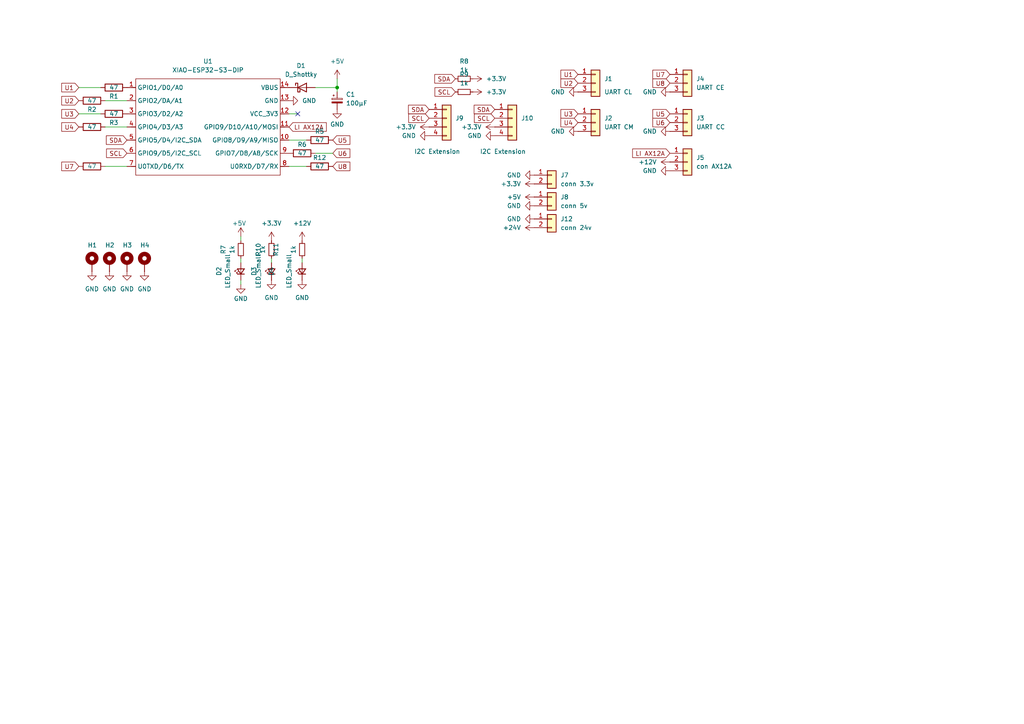
<source format=kicad_sch>
(kicad_sch (version 20250114) (generator "eeschema") (generator_version "9.0")
  (paper "A4")
  (lib_symbols
    (symbol "Connector_Generic:Conn_01x02" (pin_names (offset 1.016) (hide yes))
      (property "Reference" "J" (at 0 2.54 0))
      (property "Value" "Conn_01x02" (at 0 -5.08 0))
      (symbol "Conn_01x02_1_1"
        (rectangle (start -1.27 1.27) (end 1.27 -3.81) (stroke (width 0.254)) (fill (type background)))
        (rectangle (start -1.27 0.127) (end 0 -0.127) (stroke (width 0.1524)))
        (rectangle (start -1.27 -2.413) (end 0 -2.667) (stroke (width 0.1524)))
        (pin passive line (at -5.08 0 0) (length 3.81) (name "Pin_1") (number "1"))
        (pin passive line (at -5.08 -2.54 0) (length 3.81) (name "Pin_2") (number "2"))
      )
    )
    (symbol "Connector_Generic:Conn_01x03" (pin_names (offset 1.016) (hide yes))
      (property "Reference" "J" (at 0 5.08 0))
      (property "Value" "Conn_01x03" (at 0 -5.08 0))
      (symbol "Conn_01x03_1_1"
        (rectangle (start -1.27 3.81) (end 1.27 -3.81) (stroke (width 0.254)) (fill (type background)))
        (rectangle (start -1.27 2.667) (end 0 2.413) (stroke (width 0.1524)))
        (rectangle (start -1.27 0.127) (end 0 -0.127) (stroke (width 0.1524)))
        (rectangle (start -1.27 -2.413) (end 0 -2.667) (stroke (width 0.1524)))
        (pin passive line (at -5.08 2.54 0) (length 3.81) (name "Pin_1") (number "1"))
        (pin passive line (at -5.08 0 0) (length 3.81) (name "Pin_2") (number "2"))
        (pin passive line (at -5.08 -2.54 0) (length 3.81) (name "Pin_3") (number "3"))
      )
    )
    (symbol "Connector_Generic:Conn_01x04" (pin_names (offset 1.016) (hide yes))
      (property "Reference" "J" (at 0 5.08 0))
      (property "Value" "Conn_01x04" (at 0 -7.62 0))
      (symbol "Conn_01x04_1_1"
        (rectangle (start -1.27 3.81) (end 1.27 -6.35) (stroke (width 0.254)) (fill (type background)))
        (rectangle (start -1.27 2.667) (end 0 2.413) (stroke (width 0.1524)))
        (rectangle (start -1.27 0.127) (end 0 -0.127) (stroke (width 0.1524)))
        (rectangle (start -1.27 -2.413) (end 0 -2.667) (stroke (width 0.1524)))
        (rectangle (start -1.27 -4.953) (end 0 -5.207) (stroke (width 0.1524)))
        (pin passive line (at -5.08 2.54 0) (length 3.81) (name "Pin_1") (number "1"))
        (pin passive line (at -5.08 0 0) (length 3.81) (name "Pin_2") (number "2"))
        (pin passive line (at -5.08 -2.54 0) (length 3.81) (name "Pin_3") (number "3"))
        (pin passive line (at -5.08 -5.08 0) (length 3.81) (name "Pin_4") (number "4"))
      )
    )
    (symbol "Device:C_Polarized_Small" (pin_numbers (hide yes)) (pin_names (offset 0.254) (hide yes))
      (property "Reference" "C" (at 0.254 1.778 0))
      (property "Value" "C_Polarized_Small" (at 0.254 -2.032 0))
      (symbol "C_Polarized_Small_0_1"
        (rectangle (start -1.524 0.6858) (end 1.524 0.3048))
        (rectangle (start -1.524 -0.3048) (end 1.524 -0.6858) (fill (type outline)))
        (polyline (pts (xy -1.27 1.524) (xy -0.762 1.524)))
        (polyline (pts (xy -1.016 1.27) (xy -1.016 1.778)))
      )
      (symbol "C_Polarized_Small_1_1"
        (pin passive line (at 0 2.54 270) (length 1.8542) (name "~") (number "1"))
        (pin passive line (at 0 -2.54 90) (length 1.8542) (name "~") (number "2"))
      )
    )
    (symbol "Device:LED_Small" (pin_numbers (hide yes)) (pin_names (offset 0.254) (hide yes))
      (property "Reference" "D" (at -1.27 3.175 0))
      (property "Value" "LED_Small" (at -4.445 -2.54 0))
      (symbol "LED_Small_0_1"
        (polyline (pts (xy -0.762 -1.016) (xy -0.762 1.016)) (stroke (width 0.254)))
        (polyline (pts (xy 0 0.762) (xy -0.508 1.27) (xy -0.254 1.27) (xy -0.508 1.27) (xy -0.508 1.016)))
        (polyline (pts (xy 0.508 1.27) (xy 0 1.778) (xy 0.254 1.778) (xy 0 1.778) (xy 0 1.524)))
        (polyline (pts (xy 0.762 -1.016) (xy -0.762 0) (xy 0.762 1.016) (xy 0.762 -1.016)) (stroke (width 0.254)))
        (polyline (pts (xy 1.016 0) (xy -0.762 0)))
      )
      (symbol "LED_Small_1_1"
        (pin passive line (at -2.54 0 0) (length 1.778) (name "K") (number "1"))
        (pin passive line (at 2.54 0 180) (length 1.778) (name "A") (number "2"))
      )
    )
    (symbol "Device:R" (pin_numbers (hide yes)) (pin_names (offset 0))
      (property "Reference" "R" (at 2.032 0 90))
      (property "Value" "R" (at 0 0 90))
      (symbol "R_0_1"
        (rectangle (start -1.016 -2.54) (end 1.016 2.54) (stroke (width 0.254)))
      )
      (symbol "R_1_1"
        (pin passive line (at 0 3.81 270) (length 1.27) (name "~") (number "1"))
        (pin passive line (at 0 -3.81 90) (length 1.27) (name "~") (number "2"))
      )
    )
    (symbol "Device:R_Small" (pin_numbers (hide yes)) (pin_names (offset 0.254) (hide yes))
      (property "Reference" "R" (at 0.762 0.508 0))
      (property "Value" "R_Small" (at 0.762 -1.016 0))
      (symbol "R_Small_0_1"
        (rectangle (start -0.762 1.778) (end 0.762 -1.778) (stroke (width 0.2032)))
      )
      (symbol "R_Small_1_1"
        (pin passive line (at 0 2.54 270) (length 0.762) (name "~") (number "1"))
        (pin passive line (at 0 -2.54 90) (length 0.762) (name "~") (number "2"))
      )
    )
    (symbol "Diode:SB120" (pin_numbers (hide yes)) (pin_names (offset 1.016) (hide yes))
      (property "Reference" "D" (at 0 2.54 0))
      (property "Value" "SB120" (at 0 -2.54 0))
      (symbol "SB120_0_1"
        (polyline (pts (xy -1.905 0.635) (xy -1.905 1.27) (xy -1.27 1.27) (xy -1.27 -1.27) (xy -0.635 -1.27) (xy -0.635 -0.635)) (stroke (width 0.254)))
        (polyline (pts (xy 1.27 1.27) (xy 1.27 -1.27) (xy -1.27 0) (xy 1.27 1.27)) (stroke (width 0.254)))
        (polyline (pts (xy 1.27 0) (xy -1.27 0)))
      )
      (symbol "SB120_1_1"
        (pin passive line (at -3.81 0 0) (length 2.54) (name "K") (number "1"))
        (pin passive line (at 3.81 0 180) (length 2.54) (name "A") (number "2"))
      )
    )
    (symbol "Mechanical:MountingHole_Pad" (pin_numbers (hide yes)) (pin_names (offset 1.016) (hide yes)) (exclude_from_sim yes) (in_bom no)
      (property "Reference" "H" (at 0 6.35 0))
      (property "Value" "MountingHole_Pad" (at 0 4.445 0))
      (symbol "MountingHole_Pad_0_1"
        (circle (center 0 1.27) (radius 1.27) (stroke (width 1.27)))
      )
      (symbol "MountingHole_Pad_1_1"
        (pin input line (at 0 -2.54 90) (length 2.54) (name "1") (number "1"))
      )
    )
    (symbol "Seeed_Studio_XIAO_Series:XIAO-ESP32-S3-DIP"
      (property "Reference" "U" (at 1.27 0.508 0))
      (property "Value" "XIAO-ESP32-S3-DIP" (at 9.652 -1.778 0))
      (symbol "XIAO-ESP32-S3-DIP_1_0"
        (polyline (pts (xy 0 -2.54) (xy 41.91 -2.54)) (stroke (width 0.1524)))
        (polyline (pts (xy 0 -5.08) (xy -1.27 -5.08)) (stroke (width 0.1524)))
        (polyline (pts (xy 0 -5.08) (xy 0 -2.54)) (stroke (width 0.1524)))
        (polyline (pts (xy 0 -8.89) (xy -1.27 -8.89)) (stroke (width 0.1524)))
        (polyline (pts (xy 0 -8.89) (xy 0 -5.08)) (stroke (width 0.1524)))
        (polyline (pts (xy 0 -12.7) (xy -1.27 -12.7)) (stroke (width 0.1524)))
        (polyline (pts (xy 0 -12.7) (xy 0 -8.89)) (stroke (width 0.1524)))
        (polyline (pts (xy 0 -16.51) (xy -1.27 -16.51)) (stroke (width 0.1524)))
        (polyline (pts (xy 0 -16.51) (xy 0 -12.7)) (stroke (width 0.1524)))
        (polyline (pts (xy 0 -20.32) (xy -1.27 -20.32)) (stroke (width 0.1524)))
        (polyline (pts (xy 0 -24.13) (xy -1.27 -24.13)) (stroke (width 0.1524)))
        (polyline (pts (xy 0 -27.94) (xy -1.27 -27.94)) (stroke (width 0.1524)))
        (polyline (pts (xy 0 -30.48) (xy 0 -16.51)) (stroke (width 0.1524)))
        (polyline (pts (xy 41.91 -2.54) (xy 41.91 -5.08)) (stroke (width 0.1524)))
        (polyline (pts (xy 41.91 -5.08) (xy 41.91 -8.89)) (stroke (width 0.1524)))
        (polyline (pts (xy 41.91 -8.89) (xy 41.91 -12.7)) (stroke (width 0.1524)))
        (polyline (pts (xy 41.91 -12.7) (xy 41.91 -30.48)) (stroke (width 0.1524)))
        (polyline (pts (xy 41.91 -30.48) (xy 0 -30.48)) (stroke (width 0.1524)))
        (polyline (pts (xy 43.18 -5.08) (xy 41.91 -5.08)) (stroke (width 0.1524)))
        (polyline (pts (xy 43.18 -8.89) (xy 41.91 -8.89)) (stroke (width 0.1524)))
        (polyline (pts (xy 43.18 -12.7) (xy 41.91 -12.7)) (stroke (width 0.1524)))
        (polyline (pts (xy 43.18 -16.51) (xy 41.91 -16.51)) (stroke (width 0.1524)))
        (polyline (pts (xy 43.18 -20.32) (xy 41.91 -20.32)) (stroke (width 0.1524)))
        (polyline (pts (xy 43.18 -24.13) (xy 41.91 -24.13)) (stroke (width 0.1524)))
        (polyline (pts (xy 43.18 -27.94) (xy 41.91 -27.94)) (stroke (width 0.1524)))
        (pin passive line (at -2.54 -5.08 0) (length 2.54) (name "GPIO1/D0/A0") (number "1"))
        (pin passive line (at -2.54 -8.89 0) (length 2.54) (name "GPIO2/DA/A1") (number "2"))
        (pin passive line (at -2.54 -12.7 0) (length 2.54) (name "GPIO3/D2/A2") (number "3"))
        (pin passive line (at -2.54 -16.51 0) (length 2.54) (name "GPIO4/D3/A3") (number "4"))
        (pin passive line (at -2.54 -20.32 0) (length 2.54) (name "GPIO5/D4/I2C_SDA") (number "5"))
        (pin passive line (at -2.54 -24.13 0) (length 2.54) (name "GPIO9/D5/I2C_SCL") (number "6"))
        (pin passive line (at -2.54 -27.94 0) (length 2.54) (name "U0TXD/D6/TX") (number "7"))
        (pin passive line (at 44.45 -5.08 180) (length 2.54) (name "VBUS") (number "14"))
        (pin passive line (at 44.45 -8.89 180) (length 2.54) (name "GND") (number "13"))
        (pin passive line (at 44.45 -12.7 180) (length 2.54) (name "VCC_3V3") (number "12"))
        (pin passive line (at 44.45 -16.51 180) (length 2.54) (name "GPIO9/D10/A10/MOSI") (number "11"))
        (pin passive line (at 44.45 -20.32 180) (length 2.54) (name "GPIO8/D9/A9/MISO") (number "10"))
        (pin passive line (at 44.45 -24.13 180) (length 2.54) (name "GPIO7/D8/A8/SCK") (number "9"))
        (pin passive line (at 44.45 -27.94 180) (length 2.54) (name "U0RXD/D7/RX") (number "8"))
      )
    )
    (symbol "power:+12V" (power) (pin_numbers (hide yes)) (pin_names (offset 0) (hide yes))
      (property "Value" "+12V" (at 0 3.556 0))
      (symbol "+12V_0_1"
        (polyline (pts (xy -0.762 1.27) (xy 0 2.54)))
        (polyline (pts (xy 0 2.54) (xy 0.762 1.27)))
        (polyline (pts (xy 0 0) (xy 0 2.54)))
      )
      (symbol "+12V_1_1"
        (pin power_in line (at 0 0 90) (length 0) (name "~") (number "1"))
      )
    )
    (symbol "power:+24V" (power) (pin_numbers (hide yes)) (pin_names (offset 0) (hide yes))
      (property "Value" "+24V" (at 0 3.556 0))
      (symbol "+24V_0_1"
        (polyline (pts (xy -0.762 1.27) (xy 0 2.54)))
        (polyline (pts (xy 0 2.54) (xy 0.762 1.27)))
        (polyline (pts (xy 0 0) (xy 0 2.54)))
      )
      (symbol "+24V_1_1"
        (pin power_in line (at 0 0 90) (length 0) (name "~") (number "1"))
      )
    )
    (symbol "power:+3.3V" (power) (pin_numbers (hide yes)) (pin_names (offset 0) (hide yes))
      (property "Value" "+3.3V" (at 0 3.556 0))
      (symbol "+3.3V_0_1"
        (polyline (pts (xy -0.762 1.27) (xy 0 2.54)))
        (polyline (pts (xy 0 2.54) (xy 0.762 1.27)))
        (polyline (pts (xy 0 0) (xy 0 2.54)))
      )
      (symbol "+3.3V_1_1"
        (pin power_in line (at 0 0 90) (length 0) (name "~") (number "1"))
      )
    )
    (symbol "power:+5V" (power) (pin_numbers (hide yes)) (pin_names (offset 0) (hide yes))
      (property "Value" "+5V" (at 0 3.556 0))
      (symbol "+5V_0_1"
        (polyline (pts (xy -0.762 1.27) (xy 0 2.54)))
        (polyline (pts (xy 0 2.54) (xy 0.762 1.27)))
        (polyline (pts (xy 0 0) (xy 0 2.54)))
      )
      (symbol "+5V_1_1"
        (pin power_in line (at 0 0 90) (length 0) (name "~") (number "1"))
      )
    )
    (symbol "power:GND" (power) (pin_numbers (hide yes)) (pin_names (offset 0) (hide yes))
      (property "Value" "GND" (at 0 -3.81 0))
      (symbol "GND_0_1"
        (polyline (pts (xy 0 0) (xy 0 -1.27) (xy 1.27 -1.27) (xy 0 -2.54) (xy -1.27 -1.27) (xy 0 -1.27)))
      )
      (symbol "GND_1_1"
        (pin power_in line (at 0 0 270) (length 0) (name "~") (number "1"))
      )
    )
  )
  (junction (at 97.79 25.4))
  (no_connect (at 86.36 33.02))
  (wire (pts (xy 78.74 76.2) (xy 78.74 74.93)))
  (wire (pts (xy 83.82 48.26) (xy 88.9 48.26)))
  (wire (pts (xy 91.44 44.45) (xy 96.52 44.45)))
  (wire (pts (xy 86.36 33.02) (xy 83.82 33.02)))
  (wire (pts (xy 88.9 40.64) (xy 83.82 40.64)))
  (wire (pts (xy 97.79 25.4) (xy 97.79 22.86)))
  (wire (pts (xy 22.86 33.02) (xy 29.21 33.02)))
  (wire (pts (xy 30.48 48.26) (xy 36.83 48.26)))
  (wire (pts (xy 69.85 74.93) (xy 69.85 76.2)))
  (wire (pts (xy 87.63 76.2) (xy 87.63 74.93)))
  (wire (pts (xy 97.79 25.4) (xy 97.79 26.67)))
  (wire (pts (xy 22.86 25.4) (xy 29.21 25.4)))
  (wire (pts (xy 91.44 25.4) (xy 97.79 25.4)))
  (wire (pts (xy 69.85 81.28) (xy 69.85 82.55)))
  (wire (pts (xy 30.48 29.21) (xy 36.83 29.21)))
  (wire (pts (xy 30.48 36.83) (xy 36.83 36.83)))
  (wire (pts (xy 69.85 68.58) (xy 69.85 69.85)))
  (global_label "SCL" (shape input) (at 132.08 26.67 180) (property "Intersheetrefs" "${INTERSHEET_REFS}" (effects (hide yes))))
  (global_label "LI AX12A" (shape input) (at 194.31 44.45 180) (property "Intersheetrefs" "${INTERSHEET_REFS}" (effects (hide yes))))
  (global_label "U7" (shape input) (at 194.31 21.59 180) (property "Intersheetrefs" "${INTERSHEET_REFS}" (effects (hide yes))))
  (global_label "U6" (shape input) (at 96.52 44.45 0) (property "Intersheetrefs" "${INTERSHEET_REFS}" (effects (hide yes))))
  (global_label "U5" (shape input) (at 194.31 33.02 180) (property "Intersheetrefs" "${INTERSHEET_REFS}" (effects (hide yes))))
  (global_label "U1" (shape input) (at 167.64 21.59 180) (property "Intersheetrefs" "${INTERSHEET_REFS}" (effects (hide yes))))
  (global_label "U3" (shape input) (at 167.64 33.02 180) (property "Intersheetrefs" "${INTERSHEET_REFS}" (effects (hide yes))))
  (global_label "U4" (shape input) (at 167.64 35.56 180) (property "Intersheetrefs" "${INTERSHEET_REFS}" (effects (hide yes))))
  (global_label "SDA" (shape input) (at 36.83 40.64 180) (property "Intersheetrefs" "${INTERSHEET_REFS}" (effects (hide yes))))
  (global_label "U7" (shape input) (at 22.86 48.26 180) (property "Intersheetrefs" "${INTERSHEET_REFS}" (effects (hide yes))))
  (global_label "SDA" (shape input) (at 124.46 31.75 180) (property "Intersheetrefs" "${INTERSHEET_REFS}" (effects (hide yes))))
  (global_label "U8" (shape input) (at 194.31 24.13 180) (property "Intersheetrefs" "${INTERSHEET_REFS}" (effects (hide yes))))
  (global_label "SDA" (shape input) (at 132.08 22.86 180) (property "Intersheetrefs" "${INTERSHEET_REFS}" (effects (hide yes))))
  (global_label "LI AX12A" (shape input) (at 83.82 36.83 0) (property "Intersheetrefs" "${INTERSHEET_REFS}" (effects (hide yes))))
  (global_label "U8" (shape input) (at 96.52 48.26 0) (property "Intersheetrefs" "${INTERSHEET_REFS}" (effects (hide yes))))
  (global_label "U3" (shape input) (at 22.86 33.02 180) (property "Intersheetrefs" "${INTERSHEET_REFS}" (effects (hide yes))))
  (global_label "SDA" (shape input) (at 143.51 31.75 180) (property "Intersheetrefs" "${INTERSHEET_REFS}" (effects (hide yes))))
  (global_label "U2" (shape input) (at 167.64 24.13 180) (property "Intersheetrefs" "${INTERSHEET_REFS}" (effects (hide yes))))
  (global_label "U1" (shape input) (at 22.86 25.4 180) (property "Intersheetrefs" "${INTERSHEET_REFS}" (effects (hide yes))))
  (global_label "U6" (shape input) (at 194.31 35.56 180) (property "Intersheetrefs" "${INTERSHEET_REFS}" (effects (hide yes))))
  (global_label "U5" (shape input) (at 96.52 40.64 0) (property "Intersheetrefs" "${INTERSHEET_REFS}" (effects (hide yes))))
  (global_label "U4" (shape input) (at 22.86 36.83 180) (property "Intersheetrefs" "${INTERSHEET_REFS}" (effects (hide yes))))
  (global_label "U2" (shape input) (at 22.86 29.21 180) (property "Intersheetrefs" "${INTERSHEET_REFS}" (effects (hide yes))))
  (global_label "SCL" (shape input) (at 36.83 44.45 180) (property "Intersheetrefs" "${INTERSHEET_REFS}" (effects (hide yes))))
  (global_label "SCL" (shape input) (at 143.51 34.29 180) (property "Intersheetrefs" "${INTERSHEET_REFS}" (effects (hide yes))))
  (global_label "SCL" (shape input) (at 124.46 34.29 180) (property "Intersheetrefs" "${INTERSHEET_REFS}" (effects (hide yes))))
  (symbol (lib_id "power:GND") (at 83.82 29.21 90) (unit 1)
    (property "Reference" "#PWR01" (effects (hide yes)))
    (property "Value" "GND" (at 87.63 29.2099 90) (effects (justify right)))
    (property "Description" "Power symbol creates a global label with name \"GND\" , ground" (effects (hide yes)))
  )
  (symbol (lib_id "Device:R") (at 87.63 44.45 90) (unit 1)
    (property "Reference" "R6" (at 87.63 41.91 90))
    (property "Value" "47" (at 87.63 44.45 90))
    (property "Footprint" "Resistor_SMD:R_1206_3216Metric_Pad1.30x1.75mm_HandSolder" (effects (hide yes)))
    (property "Description" "Resistor" (effects (hide yes)))
  )
  (symbol (lib_id "Device:R") (at 33.02 33.02 90) (unit 1)
    (property "Reference" "R3" (at 33.02 35.56 90))
    (property "Value" "47" (at 33.02 33.02 90))
    (property "Footprint" "Resistor_SMD:R_1206_3216Metric_Pad1.30x1.75mm_HandSolder" (effects (hide yes)))
    (property "Description" "Resistor" (effects (hide yes)))
  )
  (symbol (lib_id "Device:R_Small") (at 87.63 72.39 0) (unit 1)
    (property "Reference" "R11" (at 80.01 72.39 90))
    (property "Value" "1k" (at 85.09 72.39 90))
    (property "Footprint" "Resistor_SMD:R_1206_3216Metric_Pad1.30x1.75mm_HandSolder" (effects (hide yes)))
    (property "Description" "Resistor, small symbol" (effects (hide yes)))
  )
  (symbol (lib_id "power:GND") (at 167.64 38.1 270) (unit 1)
    (property "Reference" "#PWR03" (effects (hide yes)))
    (property "Value" "GND" (at 163.83 38.0999 90) (effects (justify right)))
    (property "Description" "Power symbol creates a global label with name \"GND\" , ground" (effects (hide yes)))
  )
  (symbol (lib_id "Connector_Generic:Conn_01x02") (at 160.02 50.8 0) (unit 1)
    (property "Reference" "J7" (at 162.56 50.7999 0) (effects (justify left)))
    (property "Value" "conn 3.3v" (at 162.56 53.3399 0) (effects (justify left)))
    (property "Footprint" "Connector_AMASS:AMASS_XT30U-F_1x02_P5.0mm_Vertical" (effects (hide yes)))
    (property "Description" "Generic connector, single row, 01x02, script generated (kicad-library-utils/schlib/autogen/connector/)" (effects (hide yes)))
  )
  (symbol (lib_id "Device:R_Small") (at 134.62 22.86 90) (unit 1)
    (property "Reference" "R8" (at 134.62 17.78 90))
    (property "Value" "1k" (at 134.62 20.32 90))
    (property "Footprint" "Resistor_SMD:R_1206_3216Metric_Pad1.30x1.75mm_HandSolder" (effects (hide yes)))
    (property "Description" "Resistor, small symbol" (effects (hide yes)))
  )
  (symbol (lib_id "Mechanical:MountingHole_Pad") (at 31.75 76.2 0) (unit 1)
    (property "Reference" "H2" (at 30.48 71.12 0) (effects (justify left)))
    (property "Value" "MountingHole_Pad" (effects (hide yes)))
    (property "Footprint" "MountingHole:MountingHole_3.2mm_M3_Pad_Via" (effects (hide yes)))
    (property "Description" "Mounting Hole with connection" (effects (hide yes)))
  )
  (symbol (lib_id "Connector_Generic:Conn_01x03") (at 172.72 24.13 0) (unit 1)
    (property "Reference" "J1" (at 175.26 22.8599 0) (effects (justify left)))
    (property "Value" "UART CL" (at 175.26 26.67 0) (effects (justify left)))
    (property "Footprint" "Connector_Molex:Molex_KK-254_AE-6410-03A_1x03_P2.54mm_Vertical" (effects (hide yes)))
    (property "Description" "Generic connector, single row, 01x03, script generated (kicad-library-utils/schlib/autogen/connector/)" (effects (hide yes)))
  )
  (symbol (lib_id "power:GND") (at 154.94 63.5 270) (unit 1)
    (property "Reference" "#PWR021" (effects (hide yes)))
    (property "Value" "GND" (at 151.13 63.4999 90) (effects (justify right)))
    (property "Description" "Power symbol creates a global label with name \"GND\" , ground" (effects (hide yes)))
  )
  (symbol (lib_id "power:GND") (at 26.67 78.74 0) (unit 1)
    (property "Reference" "#PWR07" (effects (hide yes)))
    (property "Value" "GND" (at 26.67 83.82 0))
    (property "Description" "Power symbol creates a global label with name \"GND\" , ground" (effects (hide yes)))
  )
  (symbol (lib_id "Device:R_Small") (at 69.85 72.39 0) (unit 1)
    (property "Reference" "R7" (at 64.77 72.39 90))
    (property "Value" "1k" (at 67.31 72.39 90))
    (property "Footprint" "Resistor_SMD:R_1206_3216Metric_Pad1.30x1.75mm_HandSolder" (effects (hide yes)))
    (property "Description" "Resistor, small symbol" (effects (hide yes)))
  )
  (symbol (lib_id "Device:LED_Small") (at 87.63 78.74 90) (unit 1)
    (property "Reference" "D4" (at 78.74 78.6765 0))
    (property "Value" "LED_Small" (at 83.82 78.6765 0))
    (property "Footprint" "LED_SMD:LED_1206_3216Metric" (effects (hide yes)))
    (property "Description" "Light emitting diode, small symbol" (effects (hide yes)))
    (property "Sim.Pin" "1=K 2=A" (effects (hide yes)))
  )
  (symbol (lib_id "Device:R") (at 26.67 36.83 90) (unit 1)
    (property "Reference" "R4" (effects (hide yes)))
    (property "Value" "47" (at 26.67 36.83 90))
    (property "Footprint" "Resistor_SMD:R_1206_3216Metric_Pad1.30x1.75mm_HandSolder" (effects (hide yes)))
    (property "Description" "Resistor" (effects (hide yes)))
  )
  (symbol (lib_id "Device:R") (at 92.71 48.26 90) (unit 1)
    (property "Reference" "R12" (at 92.71 45.72 90))
    (property "Value" "47" (at 92.71 48.26 90))
    (property "Footprint" "Resistor_SMD:R_1206_3216Metric_Pad1.30x1.75mm_HandSolder" (effects (hide yes)))
    (property "Description" "Resistor" (effects (hide yes)))
  )
  (symbol (lib_id "power:GND") (at 124.46 39.37 270) (unit 1)
    (property "Reference" "#PWR042" (effects (hide yes)))
    (property "Value" "GND" (at 120.65 39.3699 90) (effects (justify right)))
    (property "Description" "Power symbol creates a global label with name \"GND\" , ground" (effects (hide yes)))
  )
  (symbol (lib_id "power:GND") (at 194.31 38.1 270) (unit 1)
    (property "Reference" "#PWR04" (effects (hide yes)))
    (property "Value" "GND" (at 190.5 38.0999 90) (effects (justify right)))
    (property "Description" "Power symbol creates a global label with name \"GND\" , ground" (effects (hide yes)))
  )
  (symbol (lib_id "Connector_Generic:Conn_01x04") (at 148.59 34.29 0) (unit 1)
    (property "Reference" "J10" (at 151.13 34.2899 0) (effects (justify left)))
    (property "Value" "I2C Extension" (at 139.192 43.942 0) (effects (justify left)))
    (property "Footprint" "Connector_Molex:Molex_KK-254_AE-6410-04A_1x04_P2.54mm_Vertical" (effects (hide yes)))
    (property "Description" "Generic connector, single row, 01x04, script generated (kicad-library-utils/schlib/autogen/connector/)" (effects (hide yes)))
  )
  (symbol (lib_id "power:GND") (at 69.85 82.55 0) (unit 1)
    (property "Reference" "#PWR033" (effects (hide yes)))
    (property "Value" "GND" (at 69.85 86.614 0))
    (property "Description" "Power symbol creates a global label with name \"GND\" , ground" (effects (hide yes)))
  )
  (symbol (lib_id "Mechanical:MountingHole_Pad") (at 36.83 76.2 0) (unit 1)
    (property "Reference" "H3" (at 35.56 71.12 0) (effects (justify left)))
    (property "Value" "MountingHole_Pad" (effects (hide yes)))
    (property "Footprint" "MountingHole:MountingHole_3.2mm_M3_Pad_Via" (effects (hide yes)))
    (property "Description" "Mounting Hole with connection" (effects (hide yes)))
  )
  (symbol (lib_id "power:+5V") (at 69.85 68.58 0) (unit 1)
    (property "Reference" "#PWR031" (effects (hide yes)))
    (property "Value" "+5V" (at 67.31 64.77 0) (effects (justify left)))
    (property "Description" "Power symbol creates a global label with name \"+5V\"" (effects (hide yes)))
  )
  (symbol (lib_id "Mechanical:MountingHole_Pad") (at 26.67 76.2 0) (unit 1)
    (property "Reference" "H1" (at 25.4 71.12 0) (effects (justify left)))
    (property "Value" "MountingHole_Pad" (effects (hide yes)))
    (property "Footprint" "MountingHole:MountingHole_3.2mm_M3_Pad_Via" (effects (hide yes)))
    (property "Description" "Mounting Hole with connection" (effects (hide yes)))
  )
  (symbol (lib_id "power:+12V") (at 194.31 46.99 90) (unit 1)
    (property "Reference" "#PWR09" (effects (hide yes)))
    (property "Value" "+12V" (at 190.5 46.9899 90) (effects (justify left)))
    (property "Description" "Power symbol creates a global label with name \"+12V\"" (effects (hide yes)))
  )
  (symbol (lib_id "power:GND") (at 154.94 50.8 270) (unit 1)
    (property "Reference" "#PWR017" (effects (hide yes)))
    (property "Value" "GND" (at 151.13 50.7999 90) (effects (justify right)))
    (property "Description" "Power symbol creates a global label with name \"GND\" , ground" (effects (hide yes)))
  )
  (symbol (lib_id "Connector_Generic:Conn_01x03") (at 199.39 24.13 0) (unit 1)
    (property "Reference" "J4" (at 201.93 22.8599 0) (effects (justify left)))
    (property "Value" "UART CE" (at 201.93 25.3999 0) (effects (justify left)))
    (property "Footprint" "Connector_Molex:Molex_KK-254_AE-6410-03A_1x03_P2.54mm_Vertical" (effects (hide yes)))
    (property "Description" "Generic connector, single row, 01x03, script generated (kicad-library-utils/schlib/autogen/connector/)" (effects (hide yes)))
  )
  (symbol (lib_id "power:GND") (at 167.64 26.67 270) (unit 1)
    (property "Reference" "#PWR02" (effects (hide yes)))
    (property "Value" "GND" (at 163.83 26.6699 90) (effects (justify right)))
    (property "Description" "Power symbol creates a global label with name \"GND\" , ground" (effects (hide yes)))
  )
  (symbol (lib_id "power:GND") (at 154.94 59.69 270) (unit 1)
    (property "Reference" "#PWR020" (effects (hide yes)))
    (property "Value" "GND" (at 151.13 59.6899 90) (effects (justify right)))
    (property "Description" "Power symbol creates a global label with name \"GND\" , ground" (effects (hide yes)))
  )
  (symbol (lib_id "Device:R_Small") (at 134.62 26.67 90) (unit 1)
    (property "Reference" "R9" (at 134.62 21.59 90))
    (property "Value" "1k" (at 134.62 24.13 90))
    (property "Footprint" "Resistor_SMD:R_1206_3216Metric_Pad1.30x1.75mm_HandSolder" (effects (hide yes)))
    (property "Description" "Resistor, small symbol" (effects (hide yes)))
  )
  (symbol (lib_id "power:+5V") (at 154.94 57.15 90) (unit 1)
    (property "Reference" "#PWR019" (effects (hide yes)))
    (property "Value" "+5V" (at 151.13 57.1499 90) (effects (justify left)))
    (property "Description" "Power symbol creates a global label with name \"+5V\"" (effects (hide yes)))
  )
  (symbol (lib_id "Device:R") (at 92.71 40.64 270) (unit 1)
    (property "Reference" "R5" (at 92.71 38.1 90))
    (property "Value" "47" (at 92.71 40.64 90))
    (property "Footprint" "Resistor_SMD:R_1206_3216Metric_Pad1.30x1.75mm_HandSolder" (effects (hide yes)))
    (property "Description" "Resistor" (effects (hide yes)))
  )
  (symbol (lib_id "power:+3.3V") (at 124.46 36.83 90) (unit 1)
    (property "Reference" "#PWR041" (effects (hide yes)))
    (property "Value" "+3.3V" (at 120.65 36.8299 90) (effects (justify left)))
    (property "Description" "Power symbol creates a global label with name \"+3.3V\"" (effects (hide yes)))
  )
  (symbol (lib_id "power:GND") (at 78.74 81.28 0) (unit 1)
    (property "Reference" "#PWR034" (effects (hide yes)))
    (property "Value" "GND" (at 78.74 86.36 0))
    (property "Description" "Power symbol creates a global label with name \"GND\" , ground" (effects (hide yes)))
  )
  (symbol (lib_id "Connector_Generic:Conn_01x03") (at 199.39 35.56 0) (unit 1)
    (property "Reference" "J3" (at 201.93 34.2899 0) (effects (justify left)))
    (property "Value" "UART CC" (at 201.93 36.8299 0) (effects (justify left)))
    (property "Footprint" "Connector_Molex:Molex_KK-254_AE-6410-03A_1x03_P2.54mm_Vertical" (effects (hide yes)))
    (property "Description" "Generic connector, single row, 01x03, script generated (kicad-library-utils/schlib/autogen/connector/)" (effects (hide yes)))
  )
  (symbol (lib_id "Connector_Generic:Conn_01x02") (at 160.02 63.5 0) (unit 1)
    (property "Reference" "J12" (at 162.56 63.4999 0) (effects (justify left)))
    (property "Value" "conn 24v" (at 162.56 66.0399 0) (effects (justify left)))
    (property "Footprint" "Connector_AMASS:AMASS_XT60-F_1x02_P7.20mm_Vertical" (effects (hide yes)))
    (property "Description" "Generic connector, single row, 01x02, script generated (kicad-library-utils/schlib/autogen/connector/)" (effects (hide yes)))
  )
  (symbol (lib_id "Mechanical:MountingHole_Pad") (at 41.91 76.2 0) (unit 1)
    (property "Reference" "H4" (at 40.64 71.12 0) (effects (justify left)))
    (property "Value" "MountingHole_Pad" (effects (hide yes)))
    (property "Footprint" "MountingHole:MountingHole_3.2mm_M3_Pad_Via" (effects (hide yes)))
    (property "Description" "Mounting Hole with connection" (effects (hide yes)))
  )
  (symbol (lib_id "power:GND") (at 41.91 78.74 0) (unit 1)
    (property "Reference" "#PWR08" (effects (hide yes)))
    (property "Value" "GND" (at 41.91 83.82 0))
    (property "Description" "Power symbol creates a global label with name \"GND\" , ground" (effects (hide yes)))
  )
  (symbol (lib_id "Device:C_Polarized_Small") (at 97.79 29.21 0) (unit 1)
    (property "Reference" "C1" (at 100.33 27.3938 0) (effects (justify left)))
    (property "Value" "100µF" (at 100.33 29.9338 0) (effects (justify left)))
    (property "Footprint" "Capacitor_THT:CP_Radial_D10.0mm_P5.00mm" (effects (hide yes)))
    (property "Description" "Polarized capacitor, small symbol" (effects (hide yes)))
  )
  (symbol (lib_id "power:+12V") (at 87.63 69.85 0) (unit 1)
    (property "Reference" "#PWR011" (effects (hide yes)))
    (property "Value" "+12V" (at 87.63 64.77 0))
    (property "Description" "Power symbol creates a global label with name \"+12V\"" (effects (hide yes)))
  )
  (symbol (lib_id "Device:LED_Small") (at 69.85 78.74 90) (unit 1)
    (property "Reference" "D2" (at 63.5 78.6765 0))
    (property "Value" "LED_Small" (at 66.04 78.6765 0))
    (property "Footprint" "LED_SMD:LED_1206_3216Metric" (effects (hide yes)))
    (property "Description" "Light emitting diode, small symbol" (effects (hide yes)))
    (property "Sim.Pin" "1=K 2=A" (effects (hide yes)))
  )
  (symbol (lib_id "power:GND") (at 194.31 49.53 270) (unit 1)
    (property "Reference" "#PWR010" (effects (hide yes)))
    (property "Value" "GND" (at 190.5 49.5299 90) (effects (justify right)))
    (property "Description" "Power symbol creates a global label with name \"GND\" , ground" (effects (hide yes)))
  )
  (symbol (lib_id "Seeed_Studio_XIAO_Series:XIAO-ESP32-S3-DIP") (at 39.37 20.32 0) (unit 1)
    (property "Reference" "U1" (at 60.325 17.78 0))
    (property "Value" "XIAO-ESP32-S3-DIP" (at 60.325 20.32 0))
    (property "Footprint" "Seeed Studio XIAO Series Library:XIAO-ESP32S3-DIP" (effects (hide yes)))
  )
  (symbol (lib_id "power:+3.3V") (at 143.51 36.83 90) (unit 1)
    (property "Reference" "#PWR043" (effects (hide yes)))
    (property "Value" "+3.3V" (at 139.7 36.8299 90) (effects (justify left)))
    (property "Description" "Power symbol creates a global label with name \"+3.3V\"" (effects (hide yes)))
  )
  (symbol (lib_id "Connector_Generic:Conn_01x04") (at 129.54 34.29 0) (unit 1)
    (property "Reference" "J9" (at 132.08 34.2899 0) (effects (justify left)))
    (property "Value" "I2C Extension" (at 120.142 43.942 0) (effects (justify left)))
    (property "Footprint" "Connector_Molex:Molex_KK-254_AE-6410-04A_1x04_P2.54mm_Vertical" (effects (hide yes)))
    (property "Description" "Generic connector, single row, 01x04, script generated (kicad-library-utils/schlib/autogen/connector/)" (effects (hide yes)))
  )
  (symbol (lib_id "Device:R") (at 26.67 29.21 90) (unit 1)
    (property "Reference" "R2" (at 26.67 31.75 90))
    (property "Value" "47" (at 26.67 29.21 90))
    (property "Footprint" "Resistor_SMD:R_1206_3216Metric_Pad1.30x1.75mm_HandSolder" (effects (hide yes)))
    (property "Description" "Resistor" (effects (hide yes)))
  )
  (symbol (lib_id "Connector_Generic:Conn_01x02") (at 160.02 57.15 0) (unit 1)
    (property "Reference" "J8" (at 162.56 57.1499 0) (effects (justify left)))
    (property "Value" "conn 5v" (at 162.56 59.6899 0) (effects (justify left)))
    (property "Footprint" "Connector_Molex:Molex_KK-254_AE-6410-02A_1x02_P2.54mm_Vertical" (effects (hide yes)))
    (property "Description" "Generic connector, single row, 01x02, script generated (kicad-library-utils/schlib/autogen/connector/)" (effects (hide yes)))
  )
  (symbol (lib_id "Diode:SB120") (at 87.63 25.4 0) (unit 1)
    (property "Reference" "D1" (at 87.3125 19.05 0))
    (property "Value" "D_Shottky" (at 87.3125 21.59 0))
    (property "Footprint" "Diode_THT:D_DO-41_SOD81_P10.16mm_Horizontal" (effects (hide yes)))
    (property "Datasheet" "http://www.diodes.com/_files/datasheets/ds23022.pdf" (effects (hide yes)))
    (property "Description" "20V 1A Schottky Barrier Rectifier Diode, DO-41" (effects (hide yes)))
  )
  (symbol (lib_id "Device:LED_Small") (at 78.74 78.74 90) (unit 1)
    (property "Reference" "D3" (at 73.66 78.6765 0))
    (property "Value" "LED_Small" (at 74.93 78.6765 0))
    (property "Footprint" "LED_SMD:LED_1206_3216Metric" (effects (hide yes)))
    (property "Description" "Light emitting diode, small symbol" (effects (hide yes)))
    (property "Sim.Pin" "1=K 2=A" (effects (hide yes)))
  )
  (symbol (lib_id "power:GND") (at 194.31 26.67 270) (unit 1)
    (property "Reference" "#PWR016" (effects (hide yes)))
    (property "Value" "GND" (at 190.5 26.6699 90) (effects (justify right)))
    (property "Description" "Power symbol creates a global label with name \"GND\" , ground" (effects (hide yes)))
  )
  (symbol (lib_id "power:GND") (at 31.75 78.74 0) (unit 1)
    (property "Reference" "#PWR028" (effects (hide yes)))
    (property "Value" "GND" (at 31.75 83.82 0))
    (property "Description" "Power symbol creates a global label with name \"GND\" , ground" (effects (hide yes)))
  )
  (symbol (lib_id "power:GND") (at 36.83 78.74 0) (unit 1)
    (property "Reference" "#PWR029" (effects (hide yes)))
    (property "Value" "GND" (at 36.83 83.82 0))
    (property "Description" "Power symbol creates a global label with name \"GND\" , ground" (effects (hide yes)))
  )
  (symbol (lib_id "power:+3.3V") (at 137.16 22.86 270) (unit 1)
    (property "Reference" "#PWR048" (effects (hide yes)))
    (property "Value" "+3.3V" (at 140.97 22.8599 90) (effects (justify left)))
    (property "Description" "Power symbol creates a global label with name \"+3.3V\"" (effects (hide yes)))
  )
  (symbol (lib_id "power:GND") (at 97.79 31.75 0) (unit 1)
    (property "Reference" "#PWR06" (effects (hide yes)))
    (property "Value" "GND" (at 97.79 36.068 0))
    (property "Description" "Power symbol creates a global label with name \"GND\" , ground" (effects (hide yes)))
  )
  (symbol (lib_id "Connector_Generic:Conn_01x03") (at 172.72 35.56 0) (unit 1)
    (property "Reference" "J2" (at 175.26 34.2899 0) (effects (justify left)))
    (property "Value" "UART CM" (at 175.26 36.8299 0) (effects (justify left)))
    (property "Footprint" "Connector_Molex:Molex_KK-254_AE-6410-03A_1x03_P2.54mm_Vertical" (effects (hide yes)))
    (property "Description" "Generic connector, single row, 01x03, script generated (kicad-library-utils/schlib/autogen/connector/)" (effects (hide yes)))
  )
  (symbol (lib_id "Device:R") (at 26.67 48.26 90) (unit 1)
    (property "Reference" "R13" (effects (hide yes)))
    (property "Value" "47" (at 26.67 48.26 90))
    (property "Footprint" "Resistor_SMD:R_1206_3216Metric_Pad1.30x1.75mm_HandSolder" (effects (hide yes)))
    (property "Description" "Resistor" (effects (hide yes)))
  )
  (symbol (lib_id "Connector_Generic:Conn_01x03") (at 199.39 46.99 0) (unit 1)
    (property "Reference" "J5" (at 201.93 45.7199 0) (effects (justify left)))
    (property "Value" "con AX12A" (at 201.93 48.2599 0) (effects (justify left)))
    (property "Footprint" "Connector_Molex:Molex_KK-254_AE-6410-03A_1x03_P2.54mm_Vertical" (effects (hide yes)))
    (property "Description" "Generic connector, single row, 01x03, script generated (kicad-library-utils/schlib/autogen/connector/)" (effects (hide yes)))
  )
  (symbol (lib_id "Device:R_Small") (at 78.74 72.39 0) (unit 1)
    (property "Reference" "R10" (at 74.93 72.39 90))
    (property "Value" "1k" (at 76.2 72.39 90))
    (property "Footprint" "Resistor_SMD:R_1206_3216Metric_Pad1.30x1.75mm_HandSolder" (effects (hide yes)))
    (property "Description" "Resistor, small symbol" (effects (hide yes)))
  )
  (symbol (lib_id "power:+5V") (at 97.79 22.86 0) (unit 1)
    (property "Reference" "#PWR05" (effects (hide yes)))
    (property "Value" "+5V" (at 97.79 17.78 0))
    (property "Description" "Power symbol creates a global label with name \"+5V\"" (effects (hide yes)))
  )
  (symbol (lib_id "power:+3.3V") (at 154.94 53.34 90) (unit 1)
    (property "Reference" "#PWR018" (effects (hide yes)))
    (property "Value" "+3.3V" (at 151.13 53.3399 90) (effects (justify left)))
    (property "Description" "Power symbol creates a global label with name \"+3.3V\"" (effects (hide yes)))
  )
  (symbol (lib_id "power:+3.3V") (at 137.16 26.67 270) (unit 1)
    (property "Reference" "#PWR049" (effects (hide yes)))
    (property "Value" "+3.3V" (at 140.97 26.6699 90) (effects (justify left)))
    (property "Description" "Power symbol creates a global label with name \"+3.3V\"" (effects (hide yes)))
  )
  (symbol (lib_id "Device:R") (at 33.02 25.4 90) (unit 1)
    (property "Reference" "R1" (at 33.02 27.94 90))
    (property "Value" "47" (at 33.02 25.4 90))
    (property "Footprint" "Resistor_SMD:R_1206_3216Metric_Pad1.30x1.75mm_HandSolder" (effects (hide yes)))
    (property "Description" "Resistor" (effects (hide yes)))
  )
  (symbol (lib_id "power:+24V") (at 154.94 66.04 90) (unit 1)
    (property "Reference" "#PWR022" (effects (hide yes)))
    (property "Value" "+24V" (at 151.13 66.0399 90) (effects (justify left)))
    (property "Description" "Power symbol creates a global label with name \"+24V\"" (effects (hide yes)))
  )
  (symbol (lib_id "power:GND") (at 87.63 81.28 0) (unit 1)
    (property "Reference" "#PWR036" (effects (hide yes)))
    (property "Value" "GND" (at 87.63 86.36 0))
    (property "Description" "Power symbol creates a global label with name \"GND\" , ground" (effects (hide yes)))
  )
  (symbol (lib_id "power:+3.3V") (at 78.74 69.85 0) (unit 1)
    (property "Reference" "#PWR032" (effects (hide yes)))
    (property "Value" "+3.3V" (at 78.74 64.77 0))
    (property "Description" "Power symbol creates a global label with name \"+3.3V\"" (effects (hide yes)))
  )
  (symbol (lib_id "power:GND") (at 143.51 39.37 270) (unit 1)
    (property "Reference" "#PWR044" (effects (hide yes)))
    (property "Value" "GND" (at 139.7 39.3699 90) (effects (justify right)))
    (property "Description" "Power symbol creates a global label with name \"GND\" , ground" (effects (hide yes)))
  )
)
</source>
